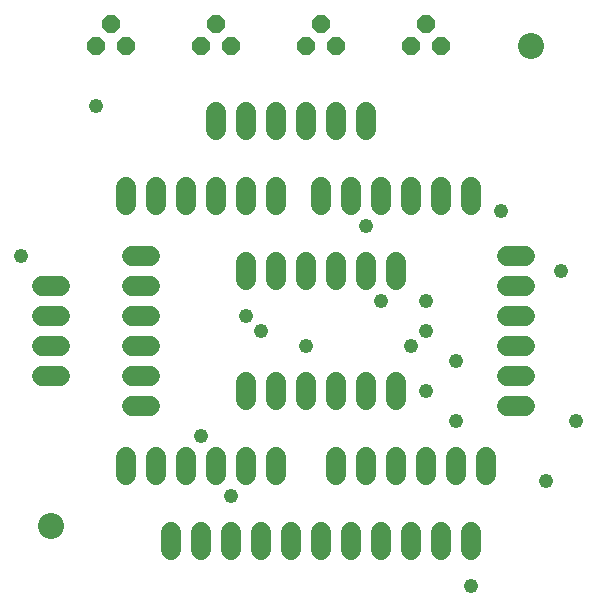
<source format=gbs>
G75*
%MOIN*%
%OFA0B0*%
%FSLAX24Y24*%
%IPPOS*%
%LPD*%
%AMOC8*
5,1,8,0,0,1.08239X$1,22.5*
%
%ADD10C,0.0867*%
%ADD11C,0.0680*%
%ADD12OC8,0.0600*%
%ADD13C,0.0480*%
D10*
X002600Y003640D03*
X018600Y019640D03*
D11*
X016600Y014940D02*
X016600Y014340D01*
X015600Y014340D02*
X015600Y014940D01*
X014600Y014940D02*
X014600Y014340D01*
X013600Y014340D02*
X013600Y014940D01*
X012600Y014940D02*
X012600Y014340D01*
X011600Y014340D02*
X011600Y014940D01*
X010100Y014940D02*
X010100Y014340D01*
X009100Y014340D02*
X009100Y014940D01*
X008100Y014940D02*
X008100Y014340D01*
X007100Y014340D02*
X007100Y014940D01*
X006100Y014940D02*
X006100Y014340D01*
X005100Y014340D02*
X005100Y014940D01*
X005300Y012640D02*
X005900Y012640D01*
X005900Y011640D02*
X005300Y011640D01*
X005300Y010640D02*
X005900Y010640D01*
X005900Y009640D02*
X005300Y009640D01*
X005300Y008640D02*
X005900Y008640D01*
X005900Y007640D02*
X005300Y007640D01*
X005100Y005940D02*
X005100Y005340D01*
X006100Y005340D02*
X006100Y005940D01*
X007100Y005940D02*
X007100Y005340D01*
X008100Y005340D02*
X008100Y005940D01*
X009100Y005940D02*
X009100Y005340D01*
X010100Y005340D02*
X010100Y005940D01*
X010100Y007840D02*
X010100Y008440D01*
X009100Y008440D02*
X009100Y007840D01*
X011100Y007840D02*
X011100Y008440D01*
X012100Y008440D02*
X012100Y007840D01*
X013100Y007840D02*
X013100Y008440D01*
X014100Y008440D02*
X014100Y007840D01*
X014100Y005940D02*
X014100Y005340D01*
X013100Y005340D02*
X013100Y005940D01*
X012100Y005940D02*
X012100Y005340D01*
X011600Y003440D02*
X011600Y002840D01*
X012600Y002840D02*
X012600Y003440D01*
X013600Y003440D02*
X013600Y002840D01*
X014600Y002840D02*
X014600Y003440D01*
X015600Y003440D02*
X015600Y002840D01*
X016600Y002840D02*
X016600Y003440D01*
X016100Y005340D02*
X016100Y005940D01*
X015100Y005940D02*
X015100Y005340D01*
X017100Y005340D02*
X017100Y005940D01*
X017800Y007640D02*
X018400Y007640D01*
X018400Y008640D02*
X017800Y008640D01*
X017800Y009640D02*
X018400Y009640D01*
X018400Y010640D02*
X017800Y010640D01*
X017800Y011640D02*
X018400Y011640D01*
X018400Y012640D02*
X017800Y012640D01*
X014100Y012440D02*
X014100Y011840D01*
X013100Y011840D02*
X013100Y012440D01*
X012100Y012440D02*
X012100Y011840D01*
X011100Y011840D02*
X011100Y012440D01*
X010100Y012440D02*
X010100Y011840D01*
X009100Y011840D02*
X009100Y012440D01*
X009100Y016840D02*
X009100Y017440D01*
X010100Y017440D02*
X010100Y016840D01*
X011100Y016840D02*
X011100Y017440D01*
X012100Y017440D02*
X012100Y016840D01*
X013100Y016840D02*
X013100Y017440D01*
X008100Y017440D02*
X008100Y016840D01*
X002900Y011640D02*
X002300Y011640D01*
X002300Y010640D02*
X002900Y010640D01*
X002900Y009640D02*
X002300Y009640D01*
X002300Y008640D02*
X002900Y008640D01*
X006600Y003440D02*
X006600Y002840D01*
X007600Y002840D02*
X007600Y003440D01*
X008600Y003440D02*
X008600Y002840D01*
X009600Y002840D02*
X009600Y003440D01*
X010600Y003440D02*
X010600Y002840D01*
D12*
X011100Y019640D03*
X011600Y020390D03*
X012100Y019640D03*
X014600Y019640D03*
X015100Y020390D03*
X015600Y019640D03*
X008600Y019640D03*
X008100Y020390D03*
X007600Y019640D03*
X005100Y019640D03*
X004600Y020390D03*
X004100Y019640D03*
D13*
X004100Y017640D03*
X001600Y012640D03*
X007600Y006640D03*
X008600Y004640D03*
X011100Y009640D03*
X009600Y010140D03*
X009100Y010640D03*
X013100Y013640D03*
X013600Y011140D03*
X014600Y009640D03*
X015100Y010140D03*
X015100Y011140D03*
X016100Y009140D03*
X015100Y008140D03*
X016100Y007140D03*
X019100Y005140D03*
X020100Y007140D03*
X019600Y012140D03*
X017600Y014140D03*
X016600Y001640D03*
M02*

</source>
